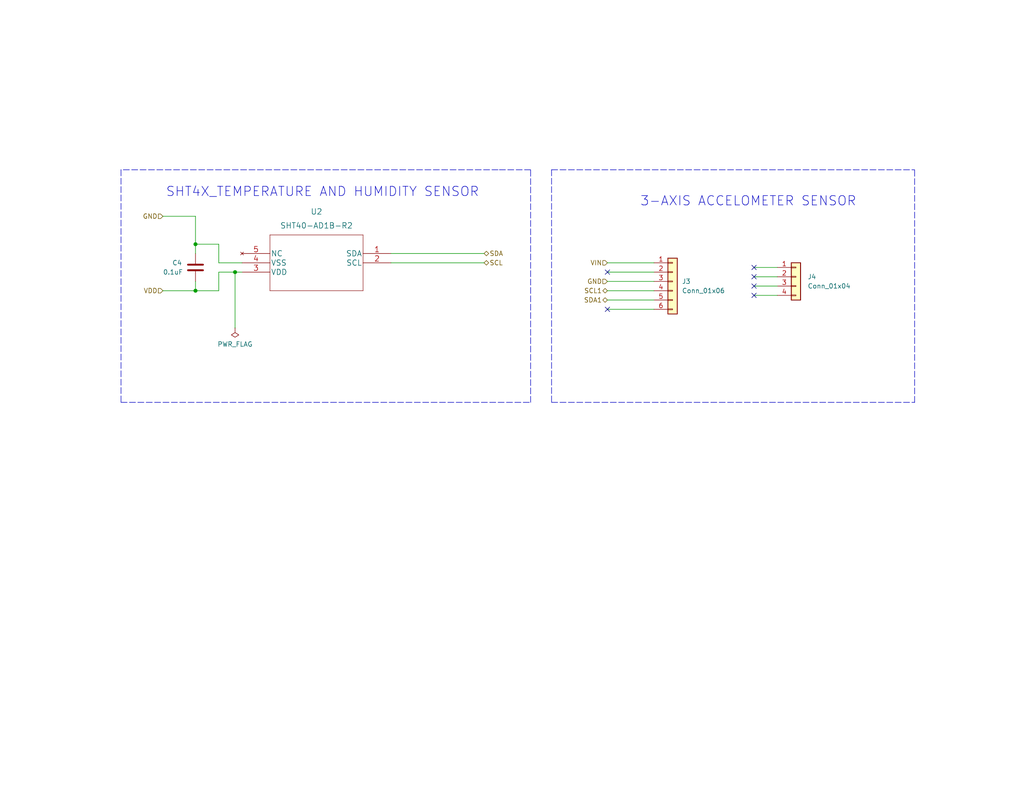
<source format=kicad_sch>
(kicad_sch (version 20211123) (generator eeschema)
  (paper "A")
  (lib_symbols
    (symbol "2022-02-02_23-27-13:SHT40-AD1B-R2" (pin_names (offset 0.254))
      (property "Reference" "U" (at 20.32 10.16 0))
      (property "Value" "SHT40-AD1B-R2" (at 20.32 7.62 0))
      (symbol "SHT40-AD1B-R2_1_1"
        (polyline (pts (xy 7.62 -10.16) (xy 33.02 -10.16)) (stroke (width 0.127)))
        (polyline (pts (xy 7.62 5.08) (xy 7.62 -10.16)) (stroke (width 0.127)))
        (polyline (pts (xy 33.02 -10.16) (xy 33.02 5.08)) (stroke (width 0.127)))
        (polyline (pts (xy 33.02 5.08) (xy 7.62 5.08)) (stroke (width 0.127)))
        (pin bidirectional line (at 0 0 0) (length 7.62) (name "SDA") (number "1"))
        (pin input line (at 0 -2.54 0) (length 7.62) (name "SCL") (number "2"))
        (pin power_in line (at 40.64 -5.08 180) (length 7.62) (name "VDD") (number "3"))
        (pin power_in line (at 40.64 -2.54 180) (length 7.62) (name "VSS") (number "4"))
        (pin no_connect line (at 40.64 0 180) (length 7.62) (name "NC") (number "5"))
      )
    )
    (symbol "Connector_Generic:Conn_01x04" (pin_names (offset 1.016) hide)
      (property "Reference" "J" (at 0 5.08 0))
      (property "Value" "Conn_01x04" (at 0 -7.62 0))
      (symbol "Conn_01x04_1_1"
        (rectangle (start -1.27 -4.953) (end 0 -5.207) (stroke (width 0.1524)))
        (rectangle (start -1.27 -2.413) (end 0 -2.667) (stroke (width 0.1524)))
        (rectangle (start -1.27 0.127) (end 0 -0.127) (stroke (width 0.1524)))
        (rectangle (start -1.27 2.667) (end 0 2.413) (stroke (width 0.1524)))
        (rectangle (start -1.27 3.81) (end 1.27 -6.35) (stroke (width 0.254)) (fill (type background)))
        (pin passive line (at -5.08 2.54 0) (length 3.81) (name "Pin_1") (number "1"))
        (pin passive line (at -5.08 0 0) (length 3.81) (name "Pin_2") (number "2"))
        (pin passive line (at -5.08 -2.54 0) (length 3.81) (name "Pin_3") (number "3"))
        (pin passive line (at -5.08 -5.08 0) (length 3.81) (name "Pin_4") (number "4"))
      )
    )
    (symbol "Connector_Generic:Conn_01x06" (pin_names (offset 1.016) hide)
      (property "Reference" "J" (at 0 7.62 0))
      (property "Value" "Conn_01x06" (at 0 -10.16 0))
      (symbol "Conn_01x06_1_1"
        (rectangle (start -1.27 -7.493) (end 0 -7.747) (stroke (width 0.1524)))
        (rectangle (start -1.27 -4.953) (end 0 -5.207) (stroke (width 0.1524)))
        (rectangle (start -1.27 -2.413) (end 0 -2.667) (stroke (width 0.1524)))
        (rectangle (start -1.27 0.127) (end 0 -0.127) (stroke (width 0.1524)))
        (rectangle (start -1.27 2.667) (end 0 2.413) (stroke (width 0.1524)))
        (rectangle (start -1.27 5.207) (end 0 4.953) (stroke (width 0.1524)))
        (rectangle (start -1.27 6.35) (end 1.27 -8.89) (stroke (width 0.254)) (fill (type background)))
        (pin passive line (at -5.08 5.08 0) (length 3.81) (name "Pin_1") (number "1"))
        (pin passive line (at -5.08 2.54 0) (length 3.81) (name "Pin_2") (number "2"))
        (pin passive line (at -5.08 0 0) (length 3.81) (name "Pin_3") (number "3"))
        (pin passive line (at -5.08 -2.54 0) (length 3.81) (name "Pin_4") (number "4"))
        (pin passive line (at -5.08 -5.08 0) (length 3.81) (name "Pin_5") (number "5"))
        (pin passive line (at -5.08 -7.62 0) (length 3.81) (name "Pin_6") (number "6"))
      )
    )
    (symbol "Device:C" (pin_numbers hide) (pin_names (offset 0.254))
      (property "Reference" "C" (at 0.635 2.54 0))
      (property "Value" "C" (at 0.635 -2.54 0))
      (symbol "C_0_1"
        (polyline (pts (xy -2.032 -0.762) (xy 2.032 -0.762)) (stroke (width 0.508)))
        (polyline (pts (xy -2.032 0.762) (xy 2.032 0.762)) (stroke (width 0.508)))
      )
      (symbol "C_1_1"
        (pin passive line (at 0 3.81 270) (length 2.794) (name "~") (number "1"))
        (pin passive line (at 0 -3.81 90) (length 2.794) (name "~") (number "2"))
      )
    )
    (symbol "power:PWR_FLAG" (power) (pin_numbers hide) (pin_names (offset 0) hide)
      (property "Value" "PWR_FLAG" (at 0 3.81 0))
      (symbol "PWR_FLAG_0_0"
        (pin power_out line (at 0 0 90) (length 0) (name "pwr") (number "1"))
      )
      (symbol "PWR_FLAG_0_1"
        (polyline (pts (xy 0 0) (xy 0 1.27) (xy -1.016 1.905) (xy 0 2.54) (xy 1.016 1.905) (xy 0 1.27)))
      )
    )
  )
  (junction (at 53.34 79.375))
  (junction (at 53.34 66.675))
  (junction (at 64.135 74.295))
  (no_connect (at 165.735 74.295))
  (no_connect (at 205.74 80.645))
  (no_connect (at 205.74 73.025))
  (no_connect (at 205.74 75.565))
  (no_connect (at 205.74 78.105))
  (no_connect (at 165.735 84.455))
  (wire (pts (xy 59.69 79.375) (xy 53.34 79.375)))
  (wire (pts (xy 205.74 75.565) (xy 212.09 75.565)))
  (wire (pts (xy 132.08 71.755) (xy 106.68 71.755)))
  (wire (pts (xy 53.34 66.675) (xy 53.34 59.055)))
  (wire (pts (xy 165.735 81.915) (xy 178.435 81.915)))
  (polyline (pts (xy 144.78 109.855) (xy 144.78 46.355)))
  (wire (pts (xy 59.69 71.755) (xy 59.69 66.675)))
  (wire (pts (xy 53.34 69.215) (xy 53.34 66.675)))
  (wire (pts (xy 132.08 69.215) (xy 106.68 69.215)))
  (wire (pts (xy 205.74 73.025) (xy 212.09 73.025)))
  (polyline (pts (xy 135.89 46.355) (xy 33.02 46.355)))
  (wire (pts (xy 165.735 84.455) (xy 178.435 84.455)))
  (wire (pts (xy 66.04 71.755) (xy 59.69 71.755)))
  (polyline (pts (xy 33.02 109.855) (xy 144.78 109.855)))
  (wire (pts (xy 53.34 59.055) (xy 44.45 59.055)))
  (wire (pts (xy 59.69 74.295) (xy 59.69 79.375)))
  (wire (pts (xy 165.735 76.835) (xy 178.435 76.835)))
  (wire (pts (xy 64.135 74.295) (xy 64.135 89.535)))
  (polyline (pts (xy 150.495 46.355) (xy 150.495 109.855)))
  (wire (pts (xy 205.74 80.645) (xy 212.09 80.645)))
  (polyline (pts (xy 150.495 46.355) (xy 249.555 46.355)))
  (polyline (pts (xy 33.02 46.355) (xy 33.02 109.855)))
  (wire (pts (xy 64.135 74.295) (xy 59.69 74.295)))
  (polyline (pts (xy 144.78 46.355) (xy 135.89 46.355)))
  (wire (pts (xy 53.34 79.375) (xy 44.45 79.375)))
  (wire (pts (xy 165.735 79.375) (xy 178.435 79.375)))
  (wire (pts (xy 66.04 74.295) (xy 64.135 74.295)))
  (polyline (pts (xy 249.555 109.855) (xy 249.555 46.355)))
  (wire (pts (xy 165.735 74.295) (xy 178.435 74.295)))
  (wire (pts (xy 59.69 66.675) (xy 53.34 66.675)))
  (wire (pts (xy 53.34 76.835) (xy 53.34 79.375)))
  (polyline (pts (xy 150.495 109.855) (xy 249.555 109.855)))
  (wire (pts (xy 165.735 71.755) (xy 178.435 71.755)))
  (wire (pts (xy 205.74 78.105) (xy 212.09 78.105)))
  (text "SHT4X_TEMPERATURE AND HUMIDITY SENSOR" (at 130.81 53.975 180) (effects (font (size 2.54 2.54)) (justify right bottom)))
  (text "3-AXIS ACCELOMETER SENSOR" (at 174.625 56.515 0) (effects (font (size 2.54 2.54)) (justify left bottom)))
  (hierarchical_label "VIN" (shape input) (at 165.735 71.755 180))
  (hierarchical_label "SDA" (shape bidirectional) (at 132.08 69.215 0))
  (hierarchical_label "VDD" (shape input) (at 44.45 79.375 180))
  (hierarchical_label "SCL" (shape bidirectional) (at 132.08 71.755 0))
  (hierarchical_label "GND" (shape input) (at 165.735 76.835 180))
  (hierarchical_label "GND" (shape input) (at 44.45 59.055 180))
  (hierarchical_label "SDA1" (shape bidirectional) (at 165.735 81.915 180))
  (hierarchical_label "SCL1" (shape bidirectional) (at 165.735 79.375 180))
  (symbol (lib_id "Device:C") (at 53.34 73.025 0) (mirror x) (unit 1)
    (property "Reference" "C4" (at 46.99 71.755 0) (effects (justify left)))
    (property "Value" "0.1uF" (at 44.45 74.295 0) (effects (justify left)))
    (property "Footprint" "Capacitor_SMD:C_0603_1608Metric_Pad1.08x0.95mm_HandSolder" (effects hide))
    (property "Voltage" "25V" (effects hide))
    (property "Mfr. #" "CL10B104KA8NNNC" (effects hide))
    (property "Order" "https://www.digikey.com/product-detail/en/samsung-electro-mechanics/CL10B104KA8NNNC/1276-1006-1-ND/3889092" (effects hide))
  )
  (symbol (lib_id "power:PWR_FLAG") (at 64.135 89.535 180) (unit 1)
    (property "Reference" "#FLG0102" (effects hide))
    (property "Value" "PWR_FLAG" (at 64.135 93.98 0))
  )
  (symbol (lib_id "Connector_Generic:Conn_01x06") (at 183.515 76.835 0) (unit 1)
    (property "Reference" "J3" (at 186.055 76.8349 0) (effects (justify left)))
    (property "Value" "Conn_01x06" (at 186.055 79.3749 0) (effects (justify left)))
    (property "Footprint" "Connector_PinHeader_2.54mm:PinHeader_1x06_P2.54mm_Vertical" (effects hide))
  )
  (symbol (lib_id "Connector_Generic:Conn_01x04") (at 217.17 75.565 0) (unit 1)
    (property "Reference" "J4" (at 220.345 75.5649 0) (effects (justify left)))
    (property "Value" "Conn_01x04" (at 220.345 78.1049 0) (effects (justify left)))
    (property "Footprint" "Connector_PinHeader_2.54mm:PinHeader_1x04_P2.54mm_Vertical" (effects hide))
  )
  (symbol (lib_id "2022-02-02_23-27-13:SHT40-AD1B-R2") (at 106.68 69.215 0) (mirror y) (unit 1)
    (property "Reference" "U2" (at 86.36 57.785 0) (effects (font (size 1.524 1.524))))
    (property "Value" "SHT40-AD1B-R2" (at 86.36 61.595 0) (effects (font (size 1.524 1.524))))
    (property "Footprint" "tem_sensor:SHT40-AD1B-R2" (effects hide))
  )
)
</source>
